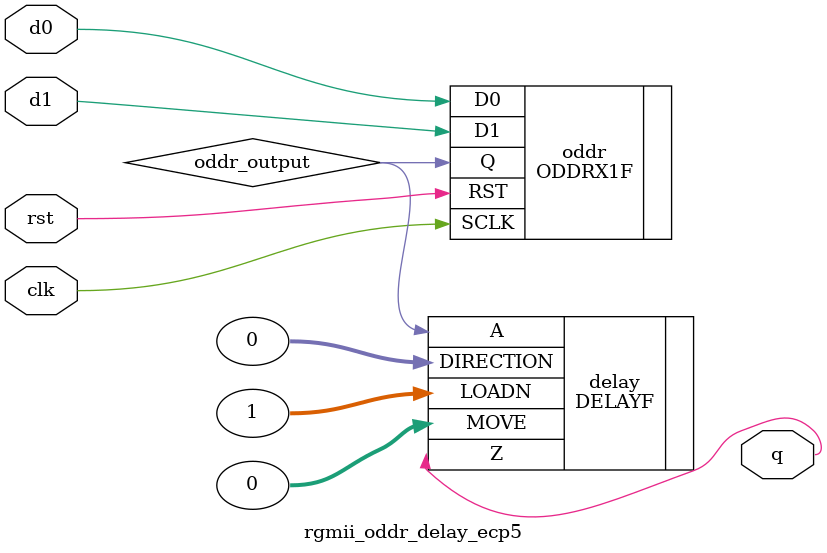
<source format=v>
`default_nettype none
module rgmii_ecp5 (
    input pad_rx_clk, input pad_rx_ctl, input [3:0] pad_rx_dat,
    output pad_tx_clk, output pad_tx_ctl, output [3:0] pad_tx_dat,

    output phy_clk, input phy_rst,
    output rx_valid, output rx_error, output [7:0] rx_data,
    input tx_valid, input tx_error, input [7:0] tx_data,
);
    rgmii_rx_ecp5 rx (
        .pad_rx_clk(pad_rx_clk), .pad_rx_ctl(pad_rx_ctl), .pad_rx_dat(pad_rx_dat),
        .clk(phy_clk), .rst(phy_rst),
        .valid(rx_valid), .error(rx_error), .data(rx_data),
    );

    rgmii_tx_ecp5 tx (
        .pad_tx_clk(pad_tx_clk), .pad_tx_ctl(pad_tx_ctl), .pad_tx_dat(pad_tx_dat),
        .clk(phy_clk), .rst(phy_rst), 
        .valid(tx_valid), .error(tx_error), .data(tx_data),
    );
endmodule

module rgmii_rx_ecp5 (
    input pad_rx_clk, input pad_rx_ctl, input [3:0] pad_rx_dat,
    output clk, input rst,
    output reg valid, output reg error, output reg [7:0] data,
);
    parameter DELAY = 80;

    wire rx_ctl; wire rx_err;
    wire [7:0] rx_dat;

    rgmii_delay_iddr_ecp5 #(
        .DELAY(DELAY),
    ) delay_iddr_rx_ctl (
        .clk(pad_rx_clk), .rst(rst),
        .d(pad_rx_ctl),
        .q0(rx_ctl), .q1(rx_err),
    );

    rgmii_delay_iddr_ecp5 #(
        .DELAY(DELAY),
    ) delay_iddr_rx_dat [0:3] (
        .clk(pad_rx_clk), .rst(rst),
        .d(pad_rx_dat),
        .q0(rx_dat[3:0]), .q1(rx_dat[7:4]),
    );

    assign clk = pad_rx_clk;

    always @ (posedge clk) if(rst) begin
        valid <= 0;
        error <= 0;
        data <= 0;
    end else begin
        valid <= rx_ctl;
        error <= ~rx_err;
        data <= rx_dat;
    end
endmodule

module rgmii_tx_ecp5 (
    input pad_tx_clk, output pad_tx_ctl, output [3:0] pad_tx_dat,
    input clk, input rst,
    input valid, input error, input [7:0] data,
);
    parameter DELAY= 0;

    reg tx_ctl; reg tx_err;
    reg [7:0] tx_dat;

    rgmii_oddr_delay_ecp5 #(
        .DELAY(DELAY),
    ) oddr_delay_tx_ctl (
        .clk(pad_tx_clk), .rst(rst),
        .d0(tx_ctl), .d1(tx_err),
        .q(pad_tx_ctl),
    );

    rgmii_oddr_delay_ecp5 #(
        .DELAY(DELAY),
    ) oddr_delay_tx_dat [3:0] (
        .clk(pad_tx_clk), .rst(rst),
        .d0(tx_dat[3:0]), .d1(tx_dat[7:4]),
        .q(pad_tx_dat),
    );
    
    assign clk = pad_tx_clk;
    
    always @ (posedge clk) if(rst) begin
        tx_ctl <= 0;
        tx_err <= 1;
        tx_dat <= 0;
    end else begin
        tx_ctl <= valid;
        tx_err <= ~error && valid;
        tx_dat <= data;
    end
endmodule

module rgmii_delay_iddr_ecp5 (
    input clk, input rst,
    input d, output q0, output q1
);
    parameter DELAY = 80;
    wire delay_output;

    DELAYF #(
        .DEL_MODE("SCLK_ALIGNED"),
        .DEL_VALUE(DELAY) // 2ns = 80 * 25ps
    ) delay (
        .A(d),
        .LOADN(1), .MOVE(0), .DIRECTION(0),
        .Z(delay_output)
    );

    IDDRX1F iddr (
        .SCLK(clk), .RST(rst),
        .D(delay_output),
        .Q0(q0), .Q1(q1)
    );
endmodule

module rgmii_oddr_delay_ecp5 (
    input clk, input rst,
    input d0, input d1,
    output q,
);
    parameter DELAY = 0;
    wire oddr_output;
    ODDRX1F oddr (
        .SCLK(clk), .RST(rst),
        .D0(d0), .D1(d1),
        .Q(oddr_output),
    );

    DELAYF #(
        .DEL_MODE("SCLK_ALIGNED"),
        .DEL_VALUE(DELAY),
    ) delay (
        .A(oddr_output),
        .LOADN(1), .MOVE(0), .DIRECTION(0),
        .Z(q),
    );
endmodule

</source>
